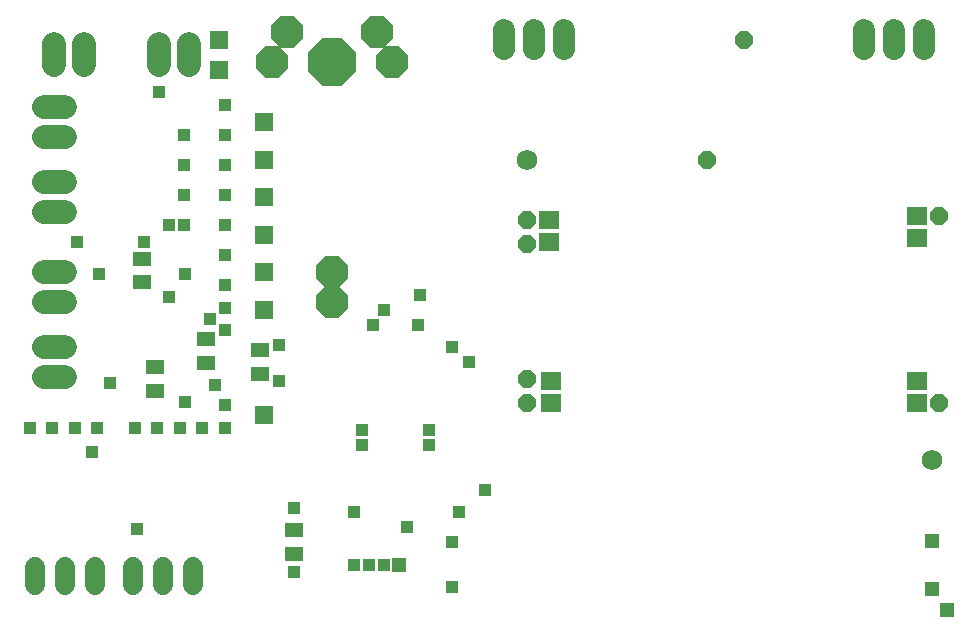
<source format=gbs>
G75*
%MOIN*%
%OFA0B0*%
%FSLAX25Y25*%
%IPPOS*%
%LPD*%
%AMOC8*
5,1,8,0,0,1.08239X$1,22.5*
%
%ADD10C,0.06800*%
%ADD11R,0.07099X0.05918*%
%ADD12OC8,0.10800*%
%ADD13OC8,0.15800*%
%ADD14C,0.07296*%
%ADD15C,0.07887*%
%ADD16R,0.06312X0.05131*%
%ADD17C,0.06800*%
%ADD18OC8,0.05800*%
%ADD19R,0.04362X0.04362*%
%ADD20R,0.04800X0.04800*%
%ADD21R,0.06400X0.06400*%
D10*
X0174300Y0156800D03*
X0309300Y0056800D03*
D11*
X0304300Y0075560D03*
X0304300Y0083040D03*
X0304300Y0130560D03*
X0304300Y0138040D03*
X0181800Y0136790D03*
X0181800Y0129310D03*
X0182425Y0083040D03*
X0182425Y0075560D03*
D12*
X0109300Y0109300D03*
X0109300Y0119300D03*
X0089300Y0189300D03*
X0094300Y0199300D03*
X0124300Y0199300D03*
X0129300Y0189300D03*
D13*
X0109300Y0189300D03*
D14*
X0166800Y0193552D02*
X0166800Y0200048D01*
X0176800Y0200048D02*
X0176800Y0193552D01*
X0186800Y0193552D02*
X0186800Y0200048D01*
X0286800Y0200048D02*
X0286800Y0193552D01*
X0296800Y0193552D02*
X0296800Y0200048D01*
X0306800Y0200048D02*
X0306800Y0193552D01*
D15*
X0061800Y0195343D02*
X0061800Y0188257D01*
X0051800Y0188257D02*
X0051800Y0195343D01*
X0026800Y0195343D02*
X0026800Y0188257D01*
X0016800Y0188257D02*
X0016800Y0195343D01*
X0020343Y0174300D02*
X0013257Y0174300D01*
X0013257Y0164300D02*
X0020343Y0164300D01*
X0020343Y0149300D02*
X0013257Y0149300D01*
X0013257Y0139300D02*
X0020343Y0139300D01*
X0020343Y0119300D02*
X0013257Y0119300D01*
X0013257Y0109300D02*
X0020343Y0109300D01*
X0020343Y0094300D02*
X0013257Y0094300D01*
X0013257Y0084300D02*
X0020343Y0084300D01*
D16*
X0050550Y0087612D03*
X0050550Y0079738D03*
X0067425Y0089113D03*
X0067425Y0096987D03*
X0085550Y0093237D03*
X0085550Y0085363D03*
X0046175Y0115988D03*
X0046175Y0123862D03*
X0096800Y0033237D03*
X0096800Y0025363D03*
D17*
X0010550Y0021050D02*
X0010550Y0015050D01*
X0020550Y0015050D02*
X0020550Y0021050D01*
X0030550Y0021050D02*
X0030550Y0015050D01*
X0043050Y0015050D02*
X0043050Y0021050D01*
X0053050Y0021050D02*
X0053050Y0015050D01*
X0063050Y0015050D02*
X0063050Y0021050D01*
D18*
X0174300Y0075550D03*
X0174300Y0083675D03*
X0174300Y0128675D03*
X0174300Y0136800D03*
X0234300Y0156800D03*
X0246800Y0196800D03*
X0311800Y0138050D03*
X0311800Y0075550D03*
D19*
X0160550Y0046800D03*
X0151800Y0039300D03*
X0149300Y0029300D03*
X0134300Y0034300D03*
X0126800Y0021800D03*
X0121800Y0021800D03*
X0116800Y0021800D03*
X0096800Y0019300D03*
X0096800Y0040550D03*
X0116800Y0039300D03*
X0119300Y0061800D03*
X0119300Y0066800D03*
X0141800Y0066800D03*
X0141800Y0061800D03*
X0154925Y0089300D03*
X0149300Y0094300D03*
X0138050Y0101800D03*
X0126800Y0106800D03*
X0123050Y0101800D03*
X0138675Y0111800D03*
X0091800Y0094925D03*
X0091800Y0083050D03*
X0073675Y0074925D03*
X0073675Y0067425D03*
X0066175Y0067425D03*
X0058675Y0067425D03*
X0051175Y0067425D03*
X0043675Y0067425D03*
X0031175Y0067425D03*
X0023675Y0067425D03*
X0016175Y0067425D03*
X0008675Y0067425D03*
X0029300Y0059300D03*
X0060550Y0076175D03*
X0070550Y0081800D03*
X0073675Y0099925D03*
X0068675Y0103675D03*
X0073675Y0107425D03*
X0073675Y0114925D03*
X0073675Y0124925D03*
X0060550Y0118675D03*
X0054925Y0111175D03*
X0031800Y0118675D03*
X0024300Y0129300D03*
X0046800Y0129300D03*
X0054925Y0134925D03*
X0059925Y0134925D03*
X0073675Y0134925D03*
X0073675Y0144925D03*
X0073675Y0154925D03*
X0059925Y0154925D03*
X0059925Y0144925D03*
X0059925Y0164925D03*
X0073675Y0164925D03*
X0073675Y0174925D03*
X0051800Y0179300D03*
X0035550Y0082425D03*
X0044300Y0033675D03*
X0149300Y0014300D03*
D20*
X0131800Y0021800D03*
X0309300Y0029674D03*
X0309300Y0013675D03*
X0314300Y0006800D03*
D21*
X0086800Y0071800D03*
X0086800Y0106800D03*
X0086800Y0119300D03*
X0086800Y0131800D03*
X0086800Y0144300D03*
X0086800Y0156800D03*
X0086800Y0169300D03*
X0071800Y0186800D03*
X0071800Y0196800D03*
M02*

</source>
